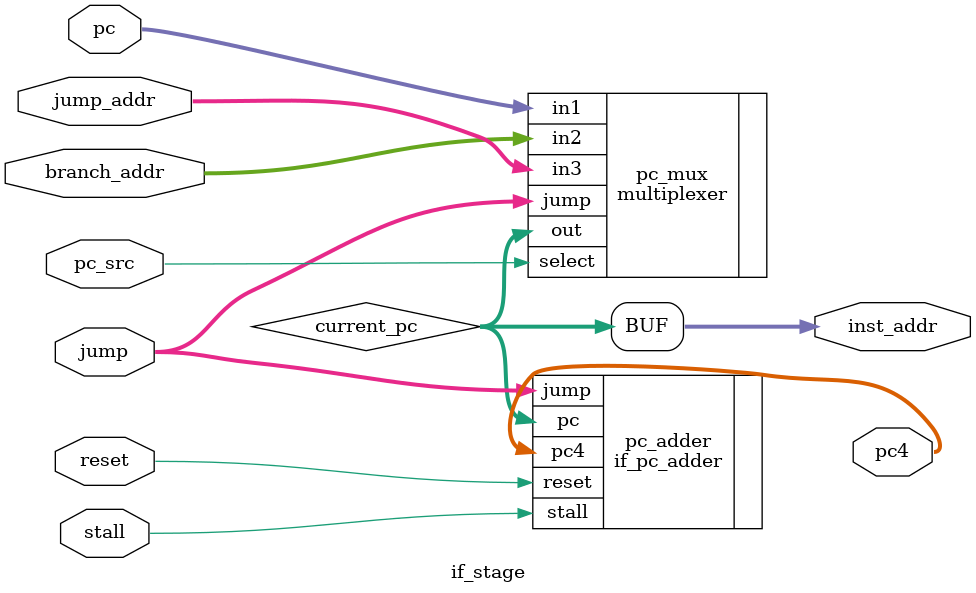
<source format=v>
module if_stage (
    input reset,    // active at low
    input pc_src,
    input stall,
    input [1:0] jump,
    input [31:0] pc,
    input [31:0] branch_addr,
    input [31:0] jump_addr,

    output [31:0] pc4,
    output [31:0] inst_addr
);

    wire [31:0] current_pc, new_pc;
    
    multiplexer pc_mux(
        .in1(pc), .in2(branch_addr), .in3(jump_addr), .select(pc_src), .jump(jump),
        .out(current_pc)
    );

    if_pc_adder pc_adder(.reset(reset), .stall(stall), .jump(jump), .pc(current_pc), .pc4(pc4));
        
    assign inst_addr = current_pc;

endmodule

</source>
